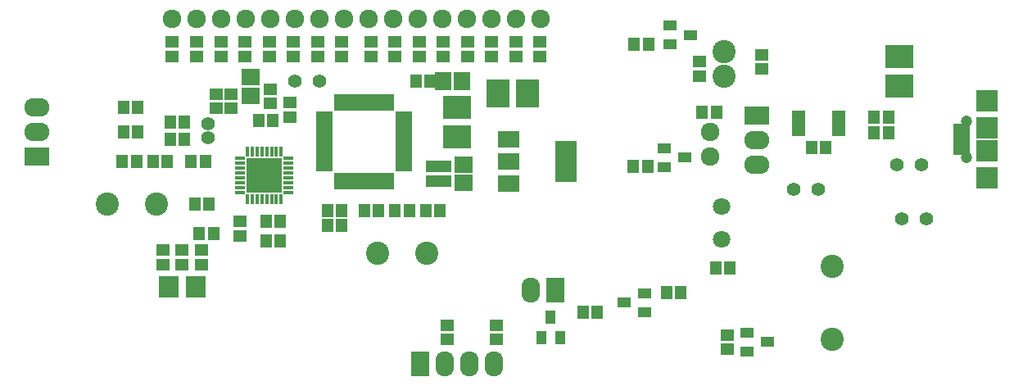
<source format=gbr>
%TF.GenerationSoftware,KiCad,Pcbnew,(2015-12-30 BZR 6409)-product*%
%TF.CreationDate,2016-01-04T10:30:51+01:00*%
%TF.ProjectId,gp8-clock,6770382D636C6F636B2E6B696361645F,rev?*%
%TF.FileFunction,Soldermask,Bot*%
%FSLAX46Y46*%
G04 Gerber Fmt 4.6, Leading zero omitted, Abs format (unit mm)*
G04 Created by KiCad (PCBNEW (2015-12-30 BZR 6409)-product) date pon, 4 sty 2016, 10:30:51*
%MOMM*%
G01*
G04 APERTURE LIST*
%ADD10C,0.100000*%
%ADD11C,1.924000*%
%ADD12R,1.299160X1.400760*%
%ADD13R,1.898600X1.700480*%
%ADD14R,1.400760X1.299160*%
%ADD15R,1.700480X1.898600*%
%ADD16R,1.400760X0.999440*%
%ADD17R,2.000200X2.203400*%
%ADD18R,2.599640X1.924000*%
%ADD19O,2.599640X1.924000*%
%ADD20R,0.699720X1.700480*%
%ADD21R,1.700480X0.699720*%
%ADD22R,2.297380X2.297380*%
%ADD23R,1.748740X0.798780*%
%ADD24R,1.746200X0.798780*%
%ADD25C,1.197560*%
%ADD26R,1.400000X0.650000*%
%ADD27R,2.200860X1.700480*%
%ADD28R,2.200860X4.199840*%
%ADD29R,0.416560X0.985520*%
%ADD30R,0.985520X0.416560*%
%ADD31R,1.861820X1.861820*%
%ADD32C,1.400760*%
%ADD33R,2.899360X2.350720*%
%ADD34R,2.350720X2.899360*%
%ADD35C,2.398980*%
%ADD36C,1.416000*%
%ADD37R,1.924000X2.599640*%
%ADD38O,1.924000X2.599640*%
%ADD39R,0.999440X1.400760*%
%ADD40C,1.800000*%
%ADD41C,2.400000*%
G04 APERTURE END LIST*
D10*
D11*
X155904000Y-90011000D03*
X153364000Y-90011000D03*
X150824000Y-90011000D03*
X148284000Y-90011000D03*
X145744000Y-90011000D03*
X143204000Y-90011000D03*
X140664000Y-90011000D03*
X138124000Y-90011000D03*
X135584000Y-90011000D03*
X133044000Y-90011000D03*
X130504000Y-90011000D03*
X127964000Y-90011000D03*
X125424000Y-90011000D03*
X122884000Y-90011000D03*
X120344000Y-90011000D03*
X117804000Y-90011000D03*
X173414000Y-101711000D03*
X173414000Y-104251000D03*
D12*
X114289840Y-99187000D03*
X112786160Y-99187000D03*
X133868160Y-111379000D03*
X135371840Y-111379000D03*
X139181840Y-109855000D03*
X137678160Y-109855000D03*
X144028160Y-109855000D03*
X145531840Y-109855000D03*
X133868160Y-109855000D03*
X135371840Y-109855000D03*
D13*
X125984000Y-96075500D03*
X125984000Y-97980500D03*
D14*
X128016000Y-97292160D03*
X128016000Y-98795840D03*
X130048000Y-98689160D03*
X130048000Y-100192840D03*
X144780000Y-106796840D03*
X144780000Y-105293160D03*
X146050000Y-106796840D03*
X146050000Y-105293160D03*
D13*
X147955000Y-106997500D03*
X147955000Y-105092500D03*
D14*
X178816000Y-95239840D03*
X178816000Y-93736160D03*
D12*
X144515840Y-96520000D03*
X143012160Y-96520000D03*
D15*
X145859500Y-96520000D03*
X147764500Y-96520000D03*
D12*
X119115840Y-102489000D03*
X117612160Y-102489000D03*
X119115840Y-100711000D03*
X117612160Y-100711000D03*
D14*
X122428000Y-99303840D03*
X122428000Y-97800160D03*
X123952000Y-99303840D03*
X123952000Y-97800160D03*
D12*
X127518160Y-113030000D03*
X129021840Y-113030000D03*
X121274840Y-104775000D03*
X119771160Y-104775000D03*
X112659160Y-104775000D03*
X114162840Y-104775000D03*
X117337840Y-104775000D03*
X115834160Y-104775000D03*
X126756160Y-100584000D03*
X128259840Y-100584000D03*
X129021840Y-110998000D03*
X127518160Y-110998000D03*
D14*
X118854000Y-115462840D03*
X118854000Y-113959160D03*
X116854000Y-113959160D03*
X116854000Y-115462840D03*
D12*
X120602160Y-112211000D03*
X122105840Y-112211000D03*
D14*
X120854000Y-113959160D03*
X120854000Y-115462840D03*
X124854000Y-110959160D03*
X124854000Y-112462840D03*
D16*
X168742360Y-105346500D03*
X170855640Y-104394000D03*
X168742360Y-103441500D03*
X169297360Y-92663500D03*
X171410640Y-91711000D03*
X169297360Y-90758500D03*
D14*
X117854000Y-93962840D03*
X117854000Y-92459160D03*
X120354000Y-93962840D03*
X120354000Y-92459160D03*
D12*
X165491160Y-105283000D03*
X166994840Y-105283000D03*
D14*
X122854000Y-93962840D03*
X122854000Y-92459160D03*
X125354000Y-93962840D03*
X125354000Y-92459160D03*
X127854000Y-93962840D03*
X127854000Y-92459160D03*
X130354000Y-93962840D03*
X130354000Y-92459160D03*
X132854000Y-93962840D03*
X132854000Y-92459160D03*
D12*
X174105840Y-99711000D03*
X172602160Y-99711000D03*
D14*
X135354000Y-93962840D03*
X135354000Y-92459160D03*
X138354000Y-93962840D03*
X138354000Y-92459160D03*
X140854000Y-93962840D03*
X140854000Y-92459160D03*
D12*
X114289840Y-101727000D03*
X112786160Y-101727000D03*
D14*
X143354000Y-93962840D03*
X143354000Y-92459160D03*
X145854000Y-93962840D03*
X145854000Y-92459160D03*
X148354000Y-93962840D03*
X148354000Y-92459160D03*
X150854000Y-93962840D03*
X150854000Y-92459160D03*
X153354000Y-93962840D03*
X153354000Y-92459160D03*
X155854000Y-93962840D03*
X155854000Y-92459160D03*
D12*
X165602160Y-92711000D03*
X167105840Y-92711000D03*
D14*
X172354000Y-95962840D03*
X172354000Y-94459160D03*
D12*
X140853160Y-109855000D03*
X142356840Y-109855000D03*
X191886840Y-100203000D03*
X190383160Y-100203000D03*
X191886840Y-101854000D03*
X190383160Y-101854000D03*
X175503840Y-115824000D03*
X174000160Y-115824000D03*
D14*
X175260000Y-122692160D03*
X175260000Y-124195840D03*
D12*
X183906160Y-103378000D03*
X185409840Y-103378000D03*
X120152160Y-109220000D03*
X121655840Y-109220000D03*
D17*
X120251000Y-117711000D03*
X117457000Y-117711000D03*
D18*
X103854000Y-104251000D03*
D19*
X103854000Y-101711000D03*
X103854000Y-99171000D03*
D20*
X138917680Y-106842560D03*
X138417300Y-106842560D03*
X137916920Y-106842560D03*
X137419080Y-106842560D03*
X136918700Y-106842560D03*
X140418820Y-106842560D03*
X139918440Y-106842560D03*
X139418060Y-106842560D03*
D21*
X133568440Y-105493820D03*
X133568440Y-104993440D03*
X133568440Y-104493060D03*
X133568440Y-103992680D03*
X133568440Y-103492300D03*
X133568440Y-102991920D03*
X133568440Y-102494080D03*
X133568440Y-101993700D03*
D20*
X134917180Y-98643440D03*
X135417560Y-98643440D03*
X135917940Y-98643440D03*
X136418320Y-98643440D03*
X136918700Y-98643440D03*
X137419080Y-98643440D03*
X137916920Y-98643440D03*
X138417300Y-98643440D03*
D21*
X141767560Y-99992180D03*
X141767560Y-100492560D03*
X141767560Y-100992940D03*
X141767560Y-101493320D03*
X141767560Y-101993700D03*
X141767560Y-102494080D03*
X141767560Y-102991920D03*
X141767560Y-103492300D03*
D20*
X136418320Y-106842560D03*
X135917940Y-106842560D03*
X135417560Y-106842560D03*
X134917180Y-106842560D03*
D21*
X133568440Y-101493320D03*
X133568440Y-100992940D03*
X133568440Y-100492560D03*
X133568440Y-99992180D03*
D20*
X138917680Y-98643440D03*
X139418060Y-98643440D03*
X139918440Y-98643440D03*
X140418820Y-98643440D03*
D21*
X141767560Y-103992680D03*
X141767560Y-104493060D03*
X141767560Y-104993440D03*
X141767560Y-105493820D03*
D22*
X202100000Y-101301120D03*
X202100000Y-103698880D03*
X202100000Y-106449700D03*
X202100000Y-98550300D03*
D23*
X199425380Y-101199520D03*
D24*
X199425380Y-101852300D03*
X199425380Y-102500000D03*
X199425380Y-103147700D03*
X199425380Y-103800480D03*
D25*
X199953700Y-104397380D03*
X199951160Y-100600080D03*
D26*
X186771100Y-99838000D03*
X186771100Y-100338000D03*
X186771100Y-100838000D03*
X186771100Y-101338000D03*
X186771100Y-101838000D03*
X182544900Y-101838000D03*
X182544900Y-101338000D03*
X182544900Y-100838000D03*
X182544900Y-100338000D03*
X182544900Y-99838000D03*
D27*
X152575260Y-107076240D03*
X152575260Y-104775000D03*
X152575260Y-102473760D03*
D28*
X158574740Y-104775000D03*
D29*
X126104320Y-103737040D03*
X126604700Y-103737040D03*
X127105080Y-103737040D03*
X127602920Y-103737040D03*
X129101520Y-103737040D03*
D30*
X129827960Y-104463480D03*
X129827960Y-104961320D03*
X129827960Y-105461700D03*
X129827960Y-105962080D03*
X129827960Y-106459920D03*
X129827960Y-106960300D03*
D29*
X125606480Y-103737040D03*
D31*
X128215060Y-105349940D03*
X126492940Y-105349940D03*
X126492940Y-107072060D03*
X128215060Y-107072060D03*
D30*
X129827960Y-107460680D03*
X129827960Y-107958520D03*
D29*
X129101520Y-108684960D03*
X128603680Y-108684960D03*
X128103300Y-108684960D03*
X127602920Y-108684960D03*
X127105080Y-108684960D03*
X126604700Y-108684960D03*
X126104320Y-108684960D03*
X125606480Y-108684960D03*
D30*
X124880040Y-107958520D03*
X124880040Y-107460680D03*
X124880040Y-106960300D03*
X124880040Y-106459920D03*
D29*
X128103300Y-103737040D03*
X128603680Y-103737040D03*
D30*
X124880040Y-105962080D03*
X124880040Y-105461700D03*
X124880040Y-104961320D03*
X124880040Y-104463480D03*
D32*
X121539000Y-102349300D03*
X121539000Y-100850700D03*
D33*
X193040000Y-93980000D03*
X193040000Y-97028000D03*
D34*
X154559000Y-97790000D03*
X151511000Y-97790000D03*
D33*
X147320000Y-99187000D03*
X147320000Y-102235000D03*
D35*
X174854000Y-93441000D03*
X174854000Y-95981000D03*
D18*
X178308000Y-100076000D03*
D19*
X178308000Y-102616000D03*
X178308000Y-105156000D03*
D36*
X130556000Y-96520000D03*
X133096000Y-96520000D03*
D37*
X143510000Y-125730000D03*
D38*
X146050000Y-125730000D03*
X148590000Y-125730000D03*
X151130000Y-125730000D03*
D36*
X192786000Y-105156000D03*
X195326000Y-105156000D03*
X193294000Y-110744000D03*
X195834000Y-110744000D03*
X182118000Y-107696000D03*
X184658000Y-107696000D03*
D16*
X177251360Y-124396500D03*
X179364640Y-123444000D03*
X177251360Y-122491500D03*
X166664640Y-118427500D03*
X164551360Y-119380000D03*
X166664640Y-120332500D03*
D39*
X157924500Y-122976640D03*
X156972000Y-120863360D03*
X156019500Y-122976640D03*
D40*
X174625000Y-109425000D03*
X174625000Y-112825000D03*
D14*
X146304000Y-123179840D03*
X146304000Y-121676160D03*
X151384000Y-123179840D03*
X151384000Y-121676160D03*
D12*
X168920160Y-118364000D03*
X170423840Y-118364000D03*
X161787840Y-120396000D03*
X160284160Y-120396000D03*
D41*
X186055000Y-115580160D03*
X186055000Y-123179840D03*
D37*
X157480000Y-118110000D03*
D38*
X154940000Y-118110000D03*
D35*
X139065000Y-114300000D03*
X144145000Y-114300000D03*
X116205000Y-109220000D03*
X111125000Y-109220000D03*
M02*

</source>
